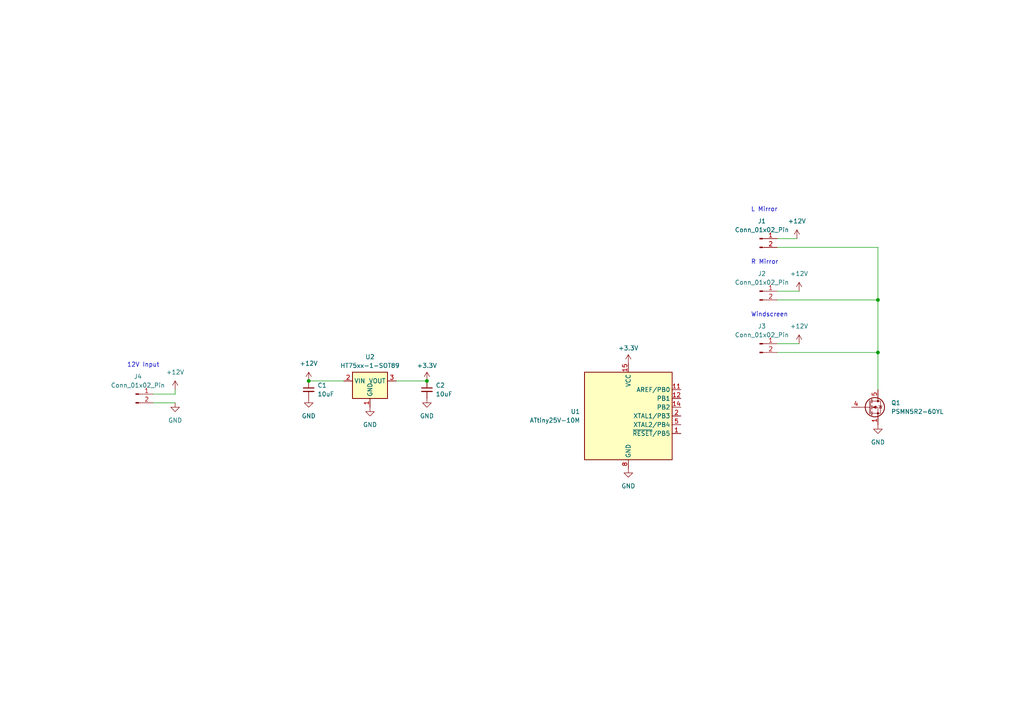
<source format=kicad_sch>
(kicad_sch (version 20230121) (generator eeschema)
  (paper "A4")
  (lib_symbols
    (symbol "Connector:Conn_01x02_Pin" (pin_names (offset 1.016) hide)
      (property "Reference" "J" (at 0 2.54 0))
      (property "Value" "Conn_01x02_Pin" (at 0 -5.08 0))
      (symbol "Conn_01x02_Pin_1_1"
        (polyline (pts (xy 1.27 -2.54) (xy 0.8636 -2.54)) (stroke (width 0.1524)))
        (polyline (pts (xy 1.27 0) (xy 0.8636 0)) (stroke (width 0.1524)))
        (rectangle (start 0.8636 -2.413) (end 0 -2.667) (stroke (width 0.1524)) (fill (type outline)))
        (rectangle (start 0.8636 0.127) (end 0 -0.127) (stroke (width 0.1524)) (fill (type outline)))
        (pin passive line (at 5.08 0 180) (length 3.81) (name "Pin_1") (number "1"))
        (pin passive line (at 5.08 -2.54 180) (length 3.81) (name "Pin_2") (number "2"))
      )
    )
    (symbol "Device:C_Small" (pin_numbers hide) (pin_names (offset 0.254) hide)
      (property "Reference" "C" (at 0.254 1.778 0))
      (property "Value" "C_Small" (at 0.254 -2.032 0))
      (symbol "C_Small_0_1"
        (polyline (pts (xy -1.524 -0.508) (xy 1.524 -0.508)) (stroke (width 0.3302)))
        (polyline (pts (xy -1.524 0.508) (xy 1.524 0.508)) (stroke (width 0.3048)))
      )
      (symbol "C_Small_1_1"
        (pin passive line (at 0 2.54 270) (length 2.032) (name "~") (number "1"))
        (pin passive line (at 0 -2.54 90) (length 2.032) (name "~") (number "2"))
      )
    )
    (symbol "MCU_Microchip_ATtiny:ATtiny25V-10M"
      (property "Reference" "U" (at -12.7 13.97 0))
      (property "Value" "ATtiny25V-10M" (at 2.54 -13.97 0))
      (symbol "ATtiny25V-10M_0_1"
        (rectangle (start -12.7 -12.7) (end 12.7 12.7) (stroke (width 0.254)) (fill (type background)))
      )
      (symbol "ATtiny25V-10M_1_1"
        (pin bidirectional line (at 15.24 -5.08 180) (length 2.54) (name "~{RESET}/PB5") (number "1"))
        (pin no_connect line (at -12.7 -2.54 0) (length 2.54) hide (name "NC") (number "10"))
        (pin bidirectional line (at 15.24 7.62 180) (length 2.54) (name "AREF/PB0") (number "11"))
        (pin bidirectional line (at 15.24 5.08 180) (length 2.54) (name "PB1") (number "12"))
        (pin no_connect line (at -12.7 -5.08 0) (length 2.54) hide (name "NC") (number "13"))
        (pin bidirectional line (at 15.24 2.54 180) (length 2.54) (name "PB2") (number "14"))
        (pin power_in line (at 0 15.24 270) (length 2.54) (name "VCC") (number "15"))
        (pin no_connect line (at -12.7 -7.62 0) (length 2.54) hide (name "NC") (number "16"))
        (pin no_connect line (at -12.7 -10.16 0) (length 2.54) hide (name "NC") (number "17"))
        (pin no_connect line (at -7.62 -12.7 90) (length 2.54) hide (name "NC") (number "18"))
        (pin no_connect line (at -5.08 -12.7 90) (length 2.54) hide (name "NC") (number "19"))
        (pin bidirectional line (at 15.24 0 180) (length 2.54) (name "XTAL1/PB3") (number "2"))
        (pin no_connect line (at -2.54 -12.7 90) (length 2.54) hide (name "NC") (number "20"))
        (pin passive line (at 0 -15.24 90) (length 2.54) hide (name "GND") (number "21"))
        (pin no_connect line (at -12.7 10.16 0) (length 2.54) hide (name "NC") (number "3"))
        (pin no_connect line (at -12.7 7.62 0) (length 2.54) hide (name "NC") (number "4"))
        (pin bidirectional line (at 15.24 -2.54 180) (length 2.54) (name "XTAL2/PB4") (number "5"))
        (pin no_connect line (at -12.7 5.08 0) (length 2.54) hide (name "NC") (number "6"))
        (pin no_connect line (at -12.7 2.54 0) (length 2.54) hide (name "NC") (number "7"))
        (pin power_in line (at 0 -15.24 90) (length 2.54) (name "GND") (number "8"))
        (pin no_connect line (at -12.7 0 0) (length 2.54) hide (name "NC") (number "9"))
      )
    )
    (symbol "Regulator_Linear:HT75xx-1-SOT89"
      (property "Reference" "U" (at -5.08 -3.81 0))
      (property "Value" "HT75xx-1-SOT89" (at 0 6.35 0))
      (symbol "HT75xx-1-SOT89_0_1"
        (rectangle (start -5.08 5.08) (end 5.08 -2.54) (stroke (width 0.254)) (fill (type background)))
      )
      (symbol "HT75xx-1-SOT89_1_1"
        (pin power_in line (at 0 -5.08 90) (length 2.54) (name "GND") (number "1"))
        (pin power_in line (at -7.62 2.54 0) (length 2.54) (name "VIN") (number "2"))
        (pin power_out line (at 7.62 2.54 180) (length 2.54) (name "VOUT") (number "3"))
      )
    )
    (symbol "Transistor_FET:PSMN5R2-60YL" (pin_names hide)
      (property "Reference" "Q" (at 6.35 2.54 0))
      (property "Value" "PSMN5R2-60YL" (at 12.7 0 0))
      (symbol "PSMN5R2-60YL_0_1"
        (polyline (pts (xy 0.254 0) (xy -2.54 0)))
        (polyline (pts (xy 0.254 1.905) (xy 0.254 -1.905)) (stroke (width 0.254)))
        (polyline (pts (xy 0.762 -1.27) (xy 0.762 -2.286)) (stroke (width 0.254)))
        (polyline (pts (xy 0.762 0.508) (xy 0.762 -0.508)) (stroke (width 0.254)))
        (polyline (pts (xy 0.762 2.286) (xy 0.762 1.27)) (stroke (width 0.254)))
        (polyline (pts (xy 2.54 2.54) (xy 2.54 1.778)))
        (polyline (pts (xy 2.54 -2.54) (xy 2.54 0) (xy 0.762 0)))
        (polyline (pts (xy 0.762 -1.778) (xy 3.302 -1.778) (xy 3.302 1.778) (xy 0.762 1.778)))
        (polyline (pts (xy 1.016 0) (xy 2.032 0.381) (xy 2.032 -0.381) (xy 1.016 0)) (fill (type outline)))
        (polyline (pts (xy 2.794 0.508) (xy 2.921 0.381) (xy 3.683 0.381) (xy 3.81 0.254)))
        (polyline (pts (xy 3.302 0.381) (xy 2.921 -0.254) (xy 3.683 -0.254) (xy 3.302 0.381)))
        (circle (center 1.651 0) (radius 2.794) (stroke (width 0.254)))
        (circle (center 2.54 -1.778) (radius 0.254) (fill (type outline)))
        (circle (center 2.54 1.778) (radius 0.254) (fill (type outline)))
      )
      (symbol "PSMN5R2-60YL_1_1"
        (pin passive line (at 2.54 -5.08 90) (length 2.54) (name "S") (number "1"))
        (pin passive line (at 2.54 -5.08 90) (length 2.54) hide (name "S") (number "2"))
        (pin passive line (at 2.54 -5.08 90) (length 2.54) hide (name "S") (number "3"))
        (pin passive line (at -5.08 0 0) (length 2.54) (name "G") (number "4"))
        (pin passive line (at 2.54 5.08 270) (length 2.54) (name "D") (number "5"))
      )
    )
    (symbol "power:+12V" (power) (pin_names (offset 0))
      (property "Value" "+12V" (at 0 3.556 0))
      (symbol "+12V_0_1"
        (polyline (pts (xy -0.762 1.27) (xy 0 2.54)))
        (polyline (pts (xy 0 0) (xy 0 2.54)))
        (polyline (pts (xy 0 2.54) (xy 0.762 1.27)))
      )
      (symbol "+12V_1_1"
        (pin power_in line (at 0 0 90) (length 0) hide (name "+12V") (number "1"))
      )
    )
    (symbol "power:+3.3V" (power) (pin_names (offset 0))
      (property "Value" "+3.3V" (at 0 3.556 0))
      (symbol "+3.3V_0_1"
        (polyline (pts (xy -0.762 1.27) (xy 0 2.54)))
        (polyline (pts (xy 0 0) (xy 0 2.54)))
        (polyline (pts (xy 0 2.54) (xy 0.762 1.27)))
      )
      (symbol "+3.3V_1_1"
        (pin power_in line (at 0 0 90) (length 0) hide (name "+3.3V") (number "1"))
      )
    )
    (symbol "power:GND" (power) (pin_names (offset 0))
      (property "Value" "GND" (at 0 -3.81 0))
      (symbol "GND_0_1"
        (polyline (pts (xy 0 0) (xy 0 -1.27) (xy 1.27 -1.27) (xy 0 -2.54) (xy -1.27 -1.27) (xy 0 -1.27)))
      )
      (symbol "GND_1_1"
        (pin power_in line (at 0 0 270) (length 0) hide (name "GND") (number "1"))
      )
    )
  )
  (junction (at 123.825 110.49))
  (junction (at 254.635 102.235))
  (junction (at 89.535 110.49))
  (junction (at 254.635 86.995))
  (wire (pts (xy 114.935 110.49) (xy 123.825 110.49)))
  (wire (pts (xy 225.425 99.695) (xy 231.775 99.695)))
  (wire (pts (xy 44.45 116.84) (xy 50.8 116.84)))
  (wire (pts (xy 50.8 113.03) (xy 50.8 114.3)))
  (wire (pts (xy 254.635 86.995) (xy 254.635 71.755)))
  (wire (pts (xy 225.425 84.455) (xy 231.775 84.455)))
  (wire (pts (xy 225.425 86.995) (xy 254.635 86.995)))
  (wire (pts (xy 254.635 113.03) (xy 254.635 102.235)))
  (wire (pts (xy 50.8 114.3) (xy 44.45 114.3)))
  (wire (pts (xy 89.535 110.49) (xy 99.695 110.49)))
  (wire (pts (xy 225.425 102.235) (xy 254.635 102.235)))
  (wire (pts (xy 254.635 71.755) (xy 225.425 71.755)))
  (wire (pts (xy 225.425 69.215) (xy 231.14 69.215)))
  (wire (pts (xy 254.635 102.235) (xy 254.635 86.995)))
  (text "12V Input" (at 36.83 106.68 0) (effects (font (size 1.27 1.27)) (justify left bottom)))
  (text "L Mirror" (at 217.805 61.595 0) (effects (font (size 1.27 1.27)) (justify left bottom)))
  (text "Windscreen" (at 217.805 92.075 0) (effects (font (size 1.27 1.27)) (justify left bottom)))
  (text "R Mirror" (at 217.805 76.835 0) (effects (font (size 1.27 1.27)) (justify left bottom)))
  (symbol (lib_id "power:+12V") (at 231.14 69.215 0) (unit 1)
    (property "Reference" "#PWR04" (effects hide))
    (property "Value" "+12V" (at 231.14 64.135 0))
  )
  (symbol (lib_id "power:+12V") (at 231.775 99.695 0) (unit 1)
    (property "Reference" "#PWR06" (effects hide))
    (property "Value" "+12V" (at 231.775 94.615 0))
  )
  (symbol (lib_id "Connector:Conn_01x02_Pin") (at 220.345 84.455 0) (unit 1)
    (property "Reference" "J2" (at 220.98 79.375 0))
    (property "Value" "Conn_01x02_Pin" (at 220.98 81.915 0))
    (property "Footprint" "XT60PW-M:AMASS_XT60PW-M" (effects hide))
  )
  (symbol (lib_id "Connector:Conn_01x02_Pin") (at 220.345 69.215 0) (unit 1)
    (property "Reference" "J1" (at 220.98 64.135 0))
    (property "Value" "Conn_01x02_Pin" (at 220.98 66.675 0))
    (property "Footprint" "XT60PW-M:AMASS_XT60PW-M" (effects hide))
  )
  (symbol (lib_id "power:GND") (at 50.8 116.84 0) (unit 1)
    (property "Reference" "#PWR03" (effects hide))
    (property "Value" "GND" (at 50.8 121.92 0))
  )
  (symbol (lib_id "Regulator_Linear:HT75xx-1-SOT89") (at 107.315 113.03 0) (unit 1)
    (property "Reference" "U2" (at 107.315 103.505 0))
    (property "Value" "HT75xx-1-SOT89" (at 107.315 106.045 0))
    (property "Footprint" "Package_TO_SOT_SMD:SOT-89-3" (effects hide))
    (property "Datasheet" "https://www.holtek.com/documents/10179/116711/HT75xx-1v250.pdf" (effects hide))
    (property "lcsc" "C14289" (effects hide))
  )
  (symbol (lib_id "power:+12V") (at 89.535 110.49 0) (unit 1)
    (property "Reference" "#PWR08" (effects hide))
    (property "Value" "+12V" (at 89.535 105.41 0))
  )
  (symbol (lib_id "power:GND") (at 182.245 135.89 0) (unit 1)
    (property "Reference" "#PWR01" (effects hide))
    (property "Value" "GND" (at 182.245 140.97 0))
  )
  (symbol (lib_id "power:+3.3V") (at 182.245 105.41 0) (unit 1)
    (property "Reference" "#PWR012" (effects hide))
    (property "Value" "+3.3V" (at 182.245 100.965 0))
  )
  (symbol (lib_id "Connector:Conn_01x02_Pin") (at 220.345 99.695 0) (unit 1)
    (property "Reference" "J3" (at 220.98 94.615 0))
    (property "Value" "Conn_01x02_Pin" (at 220.98 97.155 0))
    (property "Footprint" "XT60PW-M:AMASS_XT60PW-M" (effects hide))
  )
  (symbol (lib_id "power:+12V") (at 50.8 113.03 0) (unit 1)
    (property "Reference" "#PWR02" (effects hide))
    (property "Value" "+12V" (at 50.8 107.95 0))
  )
  (symbol (lib_id "Transistor_FET:PSMN5R2-60YL") (at 252.095 118.11 0) (unit 1)
    (property "Reference" "Q1" (at 258.445 116.84 0) (effects (justify left)))
    (property "Value" "PSMN5R2-60YL" (at 258.445 119.38 0) (effects (justify left)))
    (property "Footprint" "Package_TO_SOT_SMD:LFPAK56" (effects hide))
    (property "Datasheet" "https://assets.nexperia.com/documents/data-sheet/PSMN5R2-60YL.pdf" (effects hide))
    (property "lcsc" "C123687" (effects hide))
  )
  (symbol (lib_id "MCU_Microchip_ATtiny:ATtiny25V-10M") (at 182.245 120.65 0) (unit 1)
    (property "Reference" "U1" (at 168.275 119.38 0) (effects (justify right)))
    (property "Value" "ATtiny25V-10M" (at 168.275 121.92 0) (effects (justify right)))
    (property "Footprint" "Package_DFN_QFN:QFN-20-1EP_4x4mm_P0.5mm_EP2.6x2.6mm" (effects hide))
    (property "Datasheet" "http://ww1.microchip.com/downloads/en/DeviceDoc/atmel-2586-avr-8-bit-microcontroller-attiny25-attiny45-attiny85_datasheet.pdf" (effects hide))
    (property "lcsc" "C1340904" (effects hide))
  )
  (symbol (lib_id "power:GND") (at 123.825 115.57 0) (unit 1)
    (property "Reference" "#PWR011" (effects hide))
    (property "Value" "GND" (at 123.825 120.65 0))
  )
  (symbol (lib_id "Connector:Conn_01x02_Pin") (at 39.37 114.3 0) (unit 1)
    (property "Reference" "J4" (at 40.005 109.22 0))
    (property "Value" "Conn_01x02_Pin" (at 40.005 111.76 0))
    (property "Footprint" "XT60PW-M:AMASS_XT60PW-M" (effects hide))
  )
  (symbol (lib_id "power:GND") (at 254.635 123.19 0) (unit 1)
    (property "Reference" "#PWR013" (effects hide))
    (property "Value" "GND" (at 254.635 128.27 0))
  )
  (symbol (lib_id "Device:C_Small") (at 89.535 113.03 0) (unit 1)
    (property "Reference" "C1" (at 92.075 111.7663 0) (effects (justify left)))
    (property "Value" "10uF" (at 92.075 114.3063 0) (effects (justify left)))
    (property "Footprint" "Capacitor_SMD:C_0603_1608Metric" (effects hide))
    (property "lcsc" "C96446" (effects hide))
  )
  (symbol (lib_id "power:GND") (at 107.315 118.11 0) (unit 1)
    (property "Reference" "#PWR07" (effects hide))
    (property "Value" "GND" (at 107.315 123.19 0))
  )
  (symbol (lib_id "power:+3.3V") (at 123.825 110.49 0) (unit 1)
    (property "Reference" "#PWR09" (effects hide))
    (property "Value" "+3.3V" (at 123.825 106.045 0))
  )
  (symbol (lib_id "Device:C_Small") (at 123.825 113.03 0) (unit 1)
    (property "Reference" "C2" (at 126.365 111.7663 0) (effects (justify left)))
    (property "Value" "10uF" (at 126.365 114.3063 0) (effects (justify left)))
    (property "Footprint" "Capacitor_SMD:C_0603_1608Metric" (effects hide))
    (property "lcsc" "C96446" (effects hide))
  )
  (symbol (lib_id "power:GND") (at 89.535 115.57 0) (unit 1)
    (property "Reference" "#PWR010" (effects hide))
    (property "Value" "GND" (at 89.535 120.65 0))
  )
  (symbol (lib_id "power:+12V") (at 231.775 84.455 0) (unit 1)
    (property "Reference" "#PWR05" (effects hide))
    (property "Value" "+12V" (at 231.775 79.375 0))
  )
)
</source>
